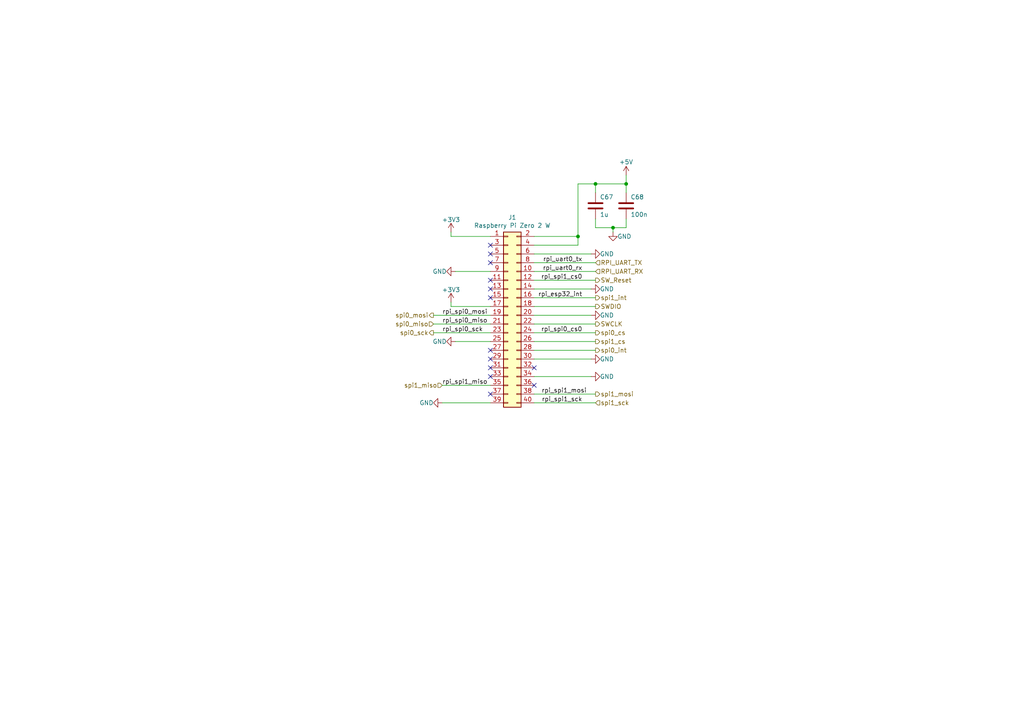
<source format=kicad_sch>
(kicad_sch
	(version 20231120)
	(generator "eeschema")
	(generator_version "8.0")
	(uuid "b8ead397-ddd2-47fb-ac67-660612a0c1ad")
	(paper "A4")
	(lib_symbols
		(symbol "Device:C"
			(pin_numbers hide)
			(pin_names
				(offset 0.254)
			)
			(exclude_from_sim no)
			(in_bom yes)
			(on_board yes)
			(property "Reference" "C"
				(at 0.635 2.54 0)
				(effects
					(font
						(size 1.27 1.27)
					)
					(justify left)
				)
			)
			(property "Value" "C"
				(at 0.635 -2.54 0)
				(effects
					(font
						(size 1.27 1.27)
					)
					(justify left)
				)
			)
			(property "Footprint" ""
				(at 0.9652 -3.81 0)
				(effects
					(font
						(size 1.27 1.27)
					)
					(hide yes)
				)
			)
			(property "Datasheet" "~"
				(at 0 0 0)
				(effects
					(font
						(size 1.27 1.27)
					)
					(hide yes)
				)
			)
			(property "Description" "Unpolarized capacitor"
				(at 0 0 0)
				(effects
					(font
						(size 1.27 1.27)
					)
					(hide yes)
				)
			)
			(property "ki_keywords" "cap capacitor"
				(at 0 0 0)
				(effects
					(font
						(size 1.27 1.27)
					)
					(hide yes)
				)
			)
			(property "ki_fp_filters" "C_*"
				(at 0 0 0)
				(effects
					(font
						(size 1.27 1.27)
					)
					(hide yes)
				)
			)
			(symbol "C_0_1"
				(polyline
					(pts
						(xy -2.032 -0.762) (xy 2.032 -0.762)
					)
					(stroke
						(width 0.508)
						(type default)
					)
					(fill
						(type none)
					)
				)
				(polyline
					(pts
						(xy -2.032 0.762) (xy 2.032 0.762)
					)
					(stroke
						(width 0.508)
						(type default)
					)
					(fill
						(type none)
					)
				)
			)
			(symbol "C_1_1"
				(pin passive line
					(at 0 3.81 270)
					(length 2.794)
					(name "~"
						(effects
							(font
								(size 1.27 1.27)
							)
						)
					)
					(number "1"
						(effects
							(font
								(size 1.27 1.27)
							)
						)
					)
				)
				(pin passive line
					(at 0 -3.81 90)
					(length 2.794)
					(name "~"
						(effects
							(font
								(size 1.27 1.27)
							)
						)
					)
					(number "2"
						(effects
							(font
								(size 1.27 1.27)
							)
						)
					)
				)
			)
		)
		(symbol "Raspberry-Pi-Zero-W-rescue:Conn_02x20_Odd_Even-Connector_Generic"
			(pin_names
				(offset 1.016) hide)
			(exclude_from_sim no)
			(in_bom yes)
			(on_board yes)
			(property "Reference" "J"
				(at 1.27 25.4 0)
				(effects
					(font
						(size 1.27 1.27)
					)
				)
			)
			(property "Value" "Conn_02x20_Odd_Even-Connector_Generic"
				(at 1.27 -27.94 0)
				(effects
					(font
						(size 1.27 1.27)
					)
				)
			)
			(property "Footprint" ""
				(at 0 0 0)
				(effects
					(font
						(size 1.27 1.27)
					)
					(hide yes)
				)
			)
			(property "Datasheet" ""
				(at 0 0 0)
				(effects
					(font
						(size 1.27 1.27)
					)
					(hide yes)
				)
			)
			(property "Description" ""
				(at 0 0 0)
				(effects
					(font
						(size 1.27 1.27)
					)
					(hide yes)
				)
			)
			(property "ki_fp_filters" "Connector*:*_2x??_*"
				(at 0 0 0)
				(effects
					(font
						(size 1.27 1.27)
					)
					(hide yes)
				)
			)
			(symbol "Conn_02x20_Odd_Even-Connector_Generic_1_1"
				(rectangle
					(start -1.27 -25.273)
					(end 0 -25.527)
					(stroke
						(width 0.1524)
						(type default)
					)
					(fill
						(type none)
					)
				)
				(rectangle
					(start -1.27 -22.733)
					(end 0 -22.987)
					(stroke
						(width 0.1524)
						(type default)
					)
					(fill
						(type none)
					)
				)
				(rectangle
					(start -1.27 -20.193)
					(end 0 -20.447)
					(stroke
						(width 0.1524)
						(type default)
					)
					(fill
						(type none)
					)
				)
				(rectangle
					(start -1.27 -17.653)
					(end 0 -17.907)
					(stroke
						(width 0.1524)
						(type default)
					)
					(fill
						(type none)
					)
				)
				(rectangle
					(start -1.27 -15.113)
					(end 0 -15.367)
					(stroke
						(width 0.1524)
						(type default)
					)
					(fill
						(type none)
					)
				)
				(rectangle
					(start -1.27 -12.573)
					(end 0 -12.827)
					(stroke
						(width 0.1524)
						(type default)
					)
					(fill
						(type none)
					)
				)
				(rectangle
					(start -1.27 -10.033)
					(end 0 -10.287)
					(stroke
						(width 0.1524)
						(type default)
					)
					(fill
						(type none)
					)
				)
				(rectangle
					(start -1.27 -7.493)
					(end 0 -7.747)
					(stroke
						(width 0.1524)
						(type default)
					)
					(fill
						(type none)
					)
				)
				(rectangle
					(start -1.27 -4.953)
					(end 0 -5.207)
					(stroke
						(width 0.1524)
						(type default)
					)
					(fill
						(type none)
					)
				)
				(rectangle
					(start -1.27 -2.413)
					(end 0 -2.667)
					(stroke
						(width 0.1524)
						(type default)
					)
					(fill
						(type none)
					)
				)
				(rectangle
					(start -1.27 0.127)
					(end 0 -0.127)
					(stroke
						(width 0.1524)
						(type default)
					)
					(fill
						(type none)
					)
				)
				(rectangle
					(start -1.27 2.667)
					(end 0 2.413)
					(stroke
						(width 0.1524)
						(type default)
					)
					(fill
						(type none)
					)
				)
				(rectangle
					(start -1.27 5.207)
					(end 0 4.953)
					(stroke
						(width 0.1524)
						(type default)
					)
					(fill
						(type none)
					)
				)
				(rectangle
					(start -1.27 7.747)
					(end 0 7.493)
					(stroke
						(width 0.1524)
						(type default)
					)
					(fill
						(type none)
					)
				)
				(rectangle
					(start -1.27 10.287)
					(end 0 10.033)
					(stroke
						(width 0.1524)
						(type default)
					)
					(fill
						(type none)
					)
				)
				(rectangle
					(start -1.27 12.827)
					(end 0 12.573)
					(stroke
						(width 0.1524)
						(type default)
					)
					(fill
						(type none)
					)
				)
				(rectangle
					(start -1.27 15.367)
					(end 0 15.113)
					(stroke
						(width 0.1524)
						(type default)
					)
					(fill
						(type none)
					)
				)
				(rectangle
					(start -1.27 17.907)
					(end 0 17.653)
					(stroke
						(width 0.1524)
						(type default)
					)
					(fill
						(type none)
					)
				)
				(rectangle
					(start -1.27 20.447)
					(end 0 20.193)
					(stroke
						(width 0.1524)
						(type default)
					)
					(fill
						(type none)
					)
				)
				(rectangle
					(start -1.27 22.987)
					(end 0 22.733)
					(stroke
						(width 0.1524)
						(type default)
					)
					(fill
						(type none)
					)
				)
				(rectangle
					(start -1.27 24.13)
					(end 3.81 -26.67)
					(stroke
						(width 0.254)
						(type default)
					)
					(fill
						(type background)
					)
				)
				(rectangle
					(start 3.81 -25.273)
					(end 2.54 -25.527)
					(stroke
						(width 0.1524)
						(type default)
					)
					(fill
						(type none)
					)
				)
				(rectangle
					(start 3.81 -22.733)
					(end 2.54 -22.987)
					(stroke
						(width 0.1524)
						(type default)
					)
					(fill
						(type none)
					)
				)
				(rectangle
					(start 3.81 -20.193)
					(end 2.54 -20.447)
					(stroke
						(width 0.1524)
						(type default)
					)
					(fill
						(type none)
					)
				)
				(rectangle
					(start 3.81 -17.653)
					(end 2.54 -17.907)
					(stroke
						(width 0.1524)
						(type default)
					)
					(fill
						(type none)
					)
				)
				(rectangle
					(start 3.81 -15.113)
					(end 2.54 -15.367)
					(stroke
						(width 0.1524)
						(type default)
					)
					(fill
						(type none)
					)
				)
				(rectangle
					(start 3.81 -12.573)
					(end 2.54 -12.827)
					(stroke
						(width 0.1524)
						(type default)
					)
					(fill
						(type none)
					)
				)
				(rectangle
					(start 3.81 -10.033)
					(end 2.54 -10.287)
					(stroke
						(width 0.1524)
						(type default)
					)
					(fill
						(type none)
					)
				)
				(rectangle
					(start 3.81 -7.493)
					(end 2.54 -7.747)
					(stroke
						(width 0.1524)
						(type default)
					)
					(fill
						(type none)
					)
				)
				(rectangle
					(start 3.81 -4.953)
					(end 2.54 -5.207)
					(stroke
						(width 0.1524)
						(type default)
					)
					(fill
						(type none)
					)
				)
				(rectangle
					(start 3.81 -2.413)
					(end 2.54 -2.667)
					(stroke
						(width 0.1524)
						(type default)
					)
					(fill
						(type none)
					)
				)
				(rectangle
					(start 3.81 0.127)
					(end 2.54 -0.127)
					(stroke
						(width 0.1524)
						(type default)
					)
					(fill
						(type none)
					)
				)
				(rectangle
					(start 3.81 2.667)
					(end 2.54 2.413)
					(stroke
						(width 0.1524)
						(type default)
					)
					(fill
						(type none)
					)
				)
				(rectangle
					(start 3.81 5.207)
					(end 2.54 4.953)
					(stroke
						(width 0.1524)
						(type default)
					)
					(fill
						(type none)
					)
				)
				(rectangle
					(start 3.81 7.747)
					(end 2.54 7.493)
					(stroke
						(width 0.1524)
						(type default)
					)
					(fill
						(type none)
					)
				)
				(rectangle
					(start 3.81 10.287)
					(end 2.54 10.033)
					(stroke
						(width 0.1524)
						(type default)
					)
					(fill
						(type none)
					)
				)
				(rectangle
					(start 3.81 12.827)
					(end 2.54 12.573)
					(stroke
						(width 0.1524)
						(type default)
					)
					(fill
						(type none)
					)
				)
				(rectangle
					(start 3.81 15.367)
					(end 2.54 15.113)
					(stroke
						(width 0.1524)
						(type default)
					)
					(fill
						(type none)
					)
				)
				(rectangle
					(start 3.81 17.907)
					(end 2.54 17.653)
					(stroke
						(width 0.1524)
						(type default)
					)
					(fill
						(type none)
					)
				)
				(rectangle
					(start 3.81 20.447)
					(end 2.54 20.193)
					(stroke
						(width 0.1524)
						(type default)
					)
					(fill
						(type none)
					)
				)
				(rectangle
					(start 3.81 22.987)
					(end 2.54 22.733)
					(stroke
						(width 0.1524)
						(type default)
					)
					(fill
						(type none)
					)
				)
				(pin passive line
					(at -5.08 22.86 0)
					(length 3.81)
					(name "Pin_1"
						(effects
							(font
								(size 1.27 1.27)
							)
						)
					)
					(number "1"
						(effects
							(font
								(size 1.27 1.27)
							)
						)
					)
				)
				(pin passive line
					(at 7.62 12.7 180)
					(length 3.81)
					(name "Pin_10"
						(effects
							(font
								(size 1.27 1.27)
							)
						)
					)
					(number "10"
						(effects
							(font
								(size 1.27 1.27)
							)
						)
					)
				)
				(pin passive line
					(at -5.08 10.16 0)
					(length 3.81)
					(name "Pin_11"
						(effects
							(font
								(size 1.27 1.27)
							)
						)
					)
					(number "11"
						(effects
							(font
								(size 1.27 1.27)
							)
						)
					)
				)
				(pin passive line
					(at 7.62 10.16 180)
					(length 3.81)
					(name "Pin_12"
						(effects
							(font
								(size 1.27 1.27)
							)
						)
					)
					(number "12"
						(effects
							(font
								(size 1.27 1.27)
							)
						)
					)
				)
				(pin passive line
					(at -5.08 7.62 0)
					(length 3.81)
					(name "Pin_13"
						(effects
							(font
								(size 1.27 1.27)
							)
						)
					)
					(number "13"
						(effects
							(font
								(size 1.27 1.27)
							)
						)
					)
				)
				(pin passive line
					(at 7.62 7.62 180)
					(length 3.81)
					(name "Pin_14"
						(effects
							(font
								(size 1.27 1.27)
							)
						)
					)
					(number "14"
						(effects
							(font
								(size 1.27 1.27)
							)
						)
					)
				)
				(pin passive line
					(at -5.08 5.08 0)
					(length 3.81)
					(name "Pin_15"
						(effects
							(font
								(size 1.27 1.27)
							)
						)
					)
					(number "15"
						(effects
							(font
								(size 1.27 1.27)
							)
						)
					)
				)
				(pin passive line
					(at 7.62 5.08 180)
					(length 3.81)
					(name "Pin_16"
						(effects
							(font
								(size 1.27 1.27)
							)
						)
					)
					(number "16"
						(effects
							(font
								(size 1.27 1.27)
							)
						)
					)
				)
				(pin passive line
					(at -5.08 2.54 0)
					(length 3.81)
					(name "Pin_17"
						(effects
							(font
								(size 1.27 1.27)
							)
						)
					)
					(number "17"
						(effects
							(font
								(size 1.27 1.27)
							)
						)
					)
				)
				(pin passive line
					(at 7.62 2.54 180)
					(length 3.81)
					(name "Pin_18"
						(effects
							(font
								(size 1.27 1.27)
							)
						)
					)
					(number "18"
						(effects
							(font
								(size 1.27 1.27)
							)
						)
					)
				)
				(pin passive line
					(at -5.08 0 0)
					(length 3.81)
					(name "Pin_19"
						(effects
							(font
								(size 1.27 1.27)
							)
						)
					)
					(number "19"
						(effects
							(font
								(size 1.27 1.27)
							)
						)
					)
				)
				(pin passive line
					(at 7.62 22.86 180)
					(length 3.81)
					(name "Pin_2"
						(effects
							(font
								(size 1.27 1.27)
							)
						)
					)
					(number "2"
						(effects
							(font
								(size 1.27 1.27)
							)
						)
					)
				)
				(pin passive line
					(at 7.62 0 180)
					(length 3.81)
					(name "Pin_20"
						(effects
							(font
								(size 1.27 1.27)
							)
						)
					)
					(number "20"
						(effects
							(font
								(size 1.27 1.27)
							)
						)
					)
				)
				(pin passive line
					(at -5.08 -2.54 0)
					(length 3.81)
					(name "Pin_21"
						(effects
							(font
								(size 1.27 1.27)
							)
						)
					)
					(number "21"
						(effects
							(font
								(size 1.27 1.27)
							)
						)
					)
				)
				(pin passive line
					(at 7.62 -2.54 180)
					(length 3.81)
					(name "Pin_22"
						(effects
							(font
								(size 1.27 1.27)
							)
						)
					)
					(number "22"
						(effects
							(font
								(size 1.27 1.27)
							)
						)
					)
				)
				(pin passive line
					(at -5.08 -5.08 0)
					(length 3.81)
					(name "Pin_23"
						(effects
							(font
								(size 1.27 1.27)
							)
						)
					)
					(number "23"
						(effects
							(font
								(size 1.27 1.27)
							)
						)
					)
				)
				(pin passive line
					(at 7.62 -5.08 180)
					(length 3.81)
					(name "Pin_24"
						(effects
							(font
								(size 1.27 1.27)
							)
						)
					)
					(number "24"
						(effects
							(font
								(size 1.27 1.27)
							)
						)
					)
				)
				(pin passive line
					(at -5.08 -7.62 0)
					(length 3.81)
					(name "Pin_25"
						(effects
							(font
								(size 1.27 1.27)
							)
						)
					)
					(number "25"
						(effects
							(font
								(size 1.27 1.27)
							)
						)
					)
				)
				(pin passive line
					(at 7.62 -7.62 180)
					(length 3.81)
					(name "Pin_26"
						(effects
							(font
								(size 1.27 1.27)
							)
						)
					)
					(number "26"
						(effects
							(font
								(size 1.27 1.27)
							)
						)
					)
				)
				(pin passive line
					(at -5.08 -10.16 0)
					(length 3.81)
					(name "Pin_27"
						(effects
							(font
								(size 1.27 1.27)
							)
						)
					)
					(number "27"
						(effects
							(font
								(size 1.27 1.27)
							)
						)
					)
				)
				(pin passive line
					(at 7.62 -10.16 180)
					(length 3.81)
					(name "Pin_28"
						(effects
							(font
								(size 1.27 1.27)
							)
						)
					)
					(number "28"
						(effects
							(font
								(size 1.27 1.27)
							)
						)
					)
				)
				(pin passive line
					(at -5.08 -12.7 0)
					(length 3.81)
					(name "Pin_29"
						(effects
							(font
								(size 1.27 1.27)
							)
						)
					)
					(number "29"
						(effects
							(font
								(size 1.27 1.27)
							)
						)
					)
				)
				(pin passive line
					(at -5.08 20.32 0)
					(length 3.81)
					(name "Pin_3"
						(effects
							(font
								(size 1.27 1.27)
							)
						)
					)
					(number "3"
						(effects
							(font
								(size 1.27 1.27)
							)
						)
					)
				)
				(pin passive line
					(at 7.62 -12.7 180)
					(length 3.81)
					(name "Pin_30"
						(effects
							(font
								(size 1.27 1.27)
							)
						)
					)
					(number "30"
						(effects
							(font
								(size 1.27 1.27)
							)
						)
					)
				)
				(pin passive line
					(at -5.08 -15.24 0)
					(length 3.81)
					(name "Pin_31"
						(effects
							(font
								(size 1.27 1.27)
							)
						)
					)
					(number "31"
						(effects
							(font
								(size 1.27 1.27)
							)
						)
					)
				)
				(pin passive line
					(at 7.62 -15.24 180)
					(length 3.81)
					(name "Pin_32"
						(effects
							(font
								(size 1.27 1.27)
							)
						)
					)
					(number "32"
						(effects
							(font
								(size 1.27 1.27)
							)
						)
					)
				)
				(pin passive line
					(at -5.08 -17.78 0)
					(length 3.81)
					(name "Pin_33"
						(effects
							(font
								(size 1.27 1.27)
							)
						)
					)
					(number "33"
						(effects
							(font
								(size 1.27 1.27)
							)
						)
					)
				)
				(pin passive line
					(at 7.62 -17.78 180)
					(length 3.81)
					(name "Pin_34"
						(effects
							(font
								(size 1.27 1.27)
							)
						)
					)
					(number "34"
						(effects
							(font
								(size 1.27 1.27)
							)
						)
					)
				)
				(pin passive line
					(at -5.08 -20.32 0)
					(length 3.81)
					(name "Pin_35"
						(effects
							(font
								(size 1.27 1.27)
							)
						)
					)
					(number "35"
						(effects
							(font
								(size 1.27 1.27)
							)
						)
					)
				)
				(pin passive line
					(at 7.62 -20.32 180)
					(length 3.81)
					(name "Pin_36"
						(effects
							(font
								(size 1.27 1.27)
							)
						)
					)
					(number "36"
						(effects
							(font
								(size 1.27 1.27)
							)
						)
					)
				)
				(pin passive line
					(at -5.08 -22.86 0)
					(length 3.81)
					(name "Pin_37"
						(effects
							(font
								(size 1.27 1.27)
							)
						)
					)
					(number "37"
						(effects
							(font
								(size 1.27 1.27)
							)
						)
					)
				)
				(pin passive line
					(at 7.62 -22.86 180)
					(length 3.81)
					(name "Pin_38"
						(effects
							(font
								(size 1.27 1.27)
							)
						)
					)
					(number "38"
						(effects
							(font
								(size 1.27 1.27)
							)
						)
					)
				)
				(pin passive line
					(at -5.08 -25.4 0)
					(length 3.81)
					(name "Pin_39"
						(effects
							(font
								(size 1.27 1.27)
							)
						)
					)
					(number "39"
						(effects
							(font
								(size 1.27 1.27)
							)
						)
					)
				)
				(pin passive line
					(at 7.62 20.32 180)
					(length 3.81)
					(name "Pin_4"
						(effects
							(font
								(size 1.27 1.27)
							)
						)
					)
					(number "4"
						(effects
							(font
								(size 1.27 1.27)
							)
						)
					)
				)
				(pin passive line
					(at 7.62 -25.4 180)
					(length 3.81)
					(name "Pin_40"
						(effects
							(font
								(size 1.27 1.27)
							)
						)
					)
					(number "40"
						(effects
							(font
								(size 1.27 1.27)
							)
						)
					)
				)
				(pin passive line
					(at -5.08 17.78 0)
					(length 3.81)
					(name "Pin_5"
						(effects
							(font
								(size 1.27 1.27)
							)
						)
					)
					(number "5"
						(effects
							(font
								(size 1.27 1.27)
							)
						)
					)
				)
				(pin passive line
					(at 7.62 17.78 180)
					(length 3.81)
					(name "Pin_6"
						(effects
							(font
								(size 1.27 1.27)
							)
						)
					)
					(number "6"
						(effects
							(font
								(size 1.27 1.27)
							)
						)
					)
				)
				(pin passive line
					(at -5.08 15.24 0)
					(length 3.81)
					(name "Pin_7"
						(effects
							(font
								(size 1.27 1.27)
							)
						)
					)
					(number "7"
						(effects
							(font
								(size 1.27 1.27)
							)
						)
					)
				)
				(pin passive line
					(at 7.62 15.24 180)
					(length 3.81)
					(name "Pin_8"
						(effects
							(font
								(size 1.27 1.27)
							)
						)
					)
					(number "8"
						(effects
							(font
								(size 1.27 1.27)
							)
						)
					)
				)
				(pin passive line
					(at -5.08 12.7 0)
					(length 3.81)
					(name "Pin_9"
						(effects
							(font
								(size 1.27 1.27)
							)
						)
					)
					(number "9"
						(effects
							(font
								(size 1.27 1.27)
							)
						)
					)
				)
			)
		)
		(symbol "power:+3V3"
			(power)
			(pin_names
				(offset 0)
			)
			(exclude_from_sim no)
			(in_bom yes)
			(on_board yes)
			(property "Reference" "#PWR"
				(at 0 -3.81 0)
				(effects
					(font
						(size 1.27 1.27)
					)
					(hide yes)
				)
			)
			(property "Value" "+3V3"
				(at 0 3.556 0)
				(effects
					(font
						(size 1.27 1.27)
					)
				)
			)
			(property "Footprint" ""
				(at 0 0 0)
				(effects
					(font
						(size 1.27 1.27)
					)
					(hide yes)
				)
			)
			(property "Datasheet" ""
				(at 0 0 0)
				(effects
					(font
						(size 1.27 1.27)
					)
					(hide yes)
				)
			)
			(property "Description" "Power symbol creates a global label with name \"+3V3\""
				(at 0 0 0)
				(effects
					(font
						(size 1.27 1.27)
					)
					(hide yes)
				)
			)
			(property "ki_keywords" "power-flag"
				(at 0 0 0)
				(effects
					(font
						(size 1.27 1.27)
					)
					(hide yes)
				)
			)
			(symbol "+3V3_0_1"
				(polyline
					(pts
						(xy -0.762 1.27) (xy 0 2.54)
					)
					(stroke
						(width 0)
						(type default)
					)
					(fill
						(type none)
					)
				)
				(polyline
					(pts
						(xy 0 0) (xy 0 2.54)
					)
					(stroke
						(width 0)
						(type default)
					)
					(fill
						(type none)
					)
				)
				(polyline
					(pts
						(xy 0 2.54) (xy 0.762 1.27)
					)
					(stroke
						(width 0)
						(type default)
					)
					(fill
						(type none)
					)
				)
			)
			(symbol "+3V3_1_1"
				(pin power_in line
					(at 0 0 90)
					(length 0) hide
					(name "+3V3"
						(effects
							(font
								(size 1.27 1.27)
							)
						)
					)
					(number "1"
						(effects
							(font
								(size 1.27 1.27)
							)
						)
					)
				)
			)
		)
		(symbol "power:+5V"
			(power)
			(pin_names
				(offset 0)
			)
			(exclude_from_sim no)
			(in_bom yes)
			(on_board yes)
			(property "Reference" "#PWR"
				(at 0 -3.81 0)
				(effects
					(font
						(size 1.27 1.27)
					)
					(hide yes)
				)
			)
			(property "Value" "+5V"
				(at 0 3.556 0)
				(effects
					(font
						(size 1.27 1.27)
					)
				)
			)
			(property "Footprint" ""
				(at 0 0 0)
				(effects
					(font
						(size 1.27 1.27)
					)
					(hide yes)
				)
			)
			(property "Datasheet" ""
				(at 0 0 0)
				(effects
					(font
						(size 1.27 1.27)
					)
					(hide yes)
				)
			)
			(property "Description" "Power symbol creates a global label with name \"+5V\""
				(at 0 0 0)
				(effects
					(font
						(size 1.27 1.27)
					)
					(hide yes)
				)
			)
			(property "ki_keywords" "power-flag"
				(at 0 0 0)
				(effects
					(font
						(size 1.27 1.27)
					)
					(hide yes)
				)
			)
			(symbol "+5V_0_1"
				(polyline
					(pts
						(xy -0.762 1.27) (xy 0 2.54)
					)
					(stroke
						(width 0)
						(type default)
					)
					(fill
						(type none)
					)
				)
				(polyline
					(pts
						(xy 0 0) (xy 0 2.54)
					)
					(stroke
						(width 0)
						(type default)
					)
					(fill
						(type none)
					)
				)
				(polyline
					(pts
						(xy 0 2.54) (xy 0.762 1.27)
					)
					(stroke
						(width 0)
						(type default)
					)
					(fill
						(type none)
					)
				)
			)
			(symbol "+5V_1_1"
				(pin power_in line
					(at 0 0 90)
					(length 0) hide
					(name "+5V"
						(effects
							(font
								(size 1.27 1.27)
							)
						)
					)
					(number "1"
						(effects
							(font
								(size 1.27 1.27)
							)
						)
					)
				)
			)
		)
		(symbol "power:GND"
			(power)
			(pin_names
				(offset 0)
			)
			(exclude_from_sim no)
			(in_bom yes)
			(on_board yes)
			(property "Reference" "#PWR"
				(at 0 -6.35 0)
				(effects
					(font
						(size 1.27 1.27)
					)
					(hide yes)
				)
			)
			(property "Value" "GND"
				(at 0 -3.81 0)
				(effects
					(font
						(size 1.27 1.27)
					)
				)
			)
			(property "Footprint" ""
				(at 0 0 0)
				(effects
					(font
						(size 1.27 1.27)
					)
					(hide yes)
				)
			)
			(property "Datasheet" ""
				(at 0 0 0)
				(effects
					(font
						(size 1.27 1.27)
					)
					(hide yes)
				)
			)
			(property "Description" "Power symbol creates a global label with name \"GND\" , ground"
				(at 0 0 0)
				(effects
					(font
						(size 1.27 1.27)
					)
					(hide yes)
				)
			)
			(property "ki_keywords" "global power"
				(at 0 0 0)
				(effects
					(font
						(size 1.27 1.27)
					)
					(hide yes)
				)
			)
			(symbol "GND_0_1"
				(polyline
					(pts
						(xy 0 0) (xy 0 -1.27) (xy 1.27 -1.27) (xy 0 -2.54) (xy -1.27 -1.27) (xy 0 -1.27)
					)
					(stroke
						(width 0)
						(type default)
					)
					(fill
						(type none)
					)
				)
			)
			(symbol "GND_1_1"
				(pin power_in line
					(at 0 0 270)
					(length 0) hide
					(name "GND"
						(effects
							(font
								(size 1.27 1.27)
							)
						)
					)
					(number "1"
						(effects
							(font
								(size 1.27 1.27)
							)
						)
					)
				)
			)
		)
	)
	(junction
		(at 172.72 53.34)
		(diameter 0)
		(color 0 0 0 0)
		(uuid "1f4f9c3d-162d-498b-8997-30fe09938841")
	)
	(junction
		(at 167.64 68.58)
		(diameter 0)
		(color 0 0 0 0)
		(uuid "3fb19810-f74a-4d91-9b54-0f7e3a579383")
	)
	(junction
		(at 177.8 66.04)
		(diameter 0)
		(color 0 0 0 0)
		(uuid "ccd56dab-b26a-4f0f-9213-03b1c2482581")
	)
	(junction
		(at 181.61 53.34)
		(diameter 0)
		(color 0 0 0 0)
		(uuid "dd4d0d5c-b35a-4462-9ae9-7a08c6a5a581")
	)
	(no_connect
		(at 142.24 104.14)
		(uuid "07b0c91e-8a18-4435-87f1-77ee2dd9802f")
	)
	(no_connect
		(at 142.24 101.6)
		(uuid "37b3a85d-8cde-4414-a282-52ec1d9fff5e")
	)
	(no_connect
		(at 142.24 109.22)
		(uuid "3904e97b-173a-41bd-a178-4e61f8fd24c4")
	)
	(no_connect
		(at 142.24 86.36)
		(uuid "428823e0-f98e-45b2-8512-795113269f3d")
	)
	(no_connect
		(at 142.24 114.3)
		(uuid "4b81b4a0-8ec1-4eee-bdcd-edcad646812a")
	)
	(no_connect
		(at 142.24 73.66)
		(uuid "836e9564-d6aa-4747-ab07-ebb19aef0cd2")
	)
	(no_connect
		(at 142.24 71.12)
		(uuid "8519bdc5-c6d9-4115-921d-c8c0623114f9")
	)
	(no_connect
		(at 154.94 106.68)
		(uuid "9e4e448b-1225-4235-9e8c-43528d13c4f9")
	)
	(no_connect
		(at 142.24 81.28)
		(uuid "b2246429-f889-4da4-9edc-90fd191c753a")
	)
	(no_connect
		(at 142.24 106.68)
		(uuid "cbc9db53-7d35-45a6-993b-8c62d6fe1847")
	)
	(no_connect
		(at 142.24 83.82)
		(uuid "d069cbc5-5963-4d87-ae2a-dd6ce98cd0a2")
	)
	(no_connect
		(at 142.24 76.2)
		(uuid "f4fdcf03-2fe9-4601-9e91-15c85a57c2ef")
	)
	(no_connect
		(at 154.94 111.76)
		(uuid "f6f77dc8-9695-4316-b0ae-98bfcbff77f5")
	)
	(wire
		(pts
			(xy 167.64 68.58) (xy 167.64 53.34)
		)
		(stroke
			(width 0)
			(type default)
		)
		(uuid "02590e81-e98c-491f-b8de-7ef3d5bc5dc6")
	)
	(wire
		(pts
			(xy 171.45 73.66) (xy 154.94 73.66)
		)
		(stroke
			(width 0)
			(type default)
		)
		(uuid "0648150f-3231-4c55-b2bf-7295b3098b63")
	)
	(wire
		(pts
			(xy 128.27 111.76) (xy 142.24 111.76)
		)
		(stroke
			(width 0)
			(type default)
		)
		(uuid "0dc1fba6-b63c-463a-9208-767b41c6dc57")
	)
	(wire
		(pts
			(xy 154.94 104.14) (xy 171.45 104.14)
		)
		(stroke
			(width 0)
			(type default)
		)
		(uuid "16a90af9-078c-4034-9d9d-99c9948df862")
	)
	(wire
		(pts
			(xy 154.94 99.06) (xy 172.72 99.06)
		)
		(stroke
			(width 0)
			(type default)
		)
		(uuid "1a32fa3b-734f-41a1-9c50-c77650d0f7c5")
	)
	(wire
		(pts
			(xy 132.08 78.74) (xy 142.24 78.74)
		)
		(stroke
			(width 0)
			(type default)
		)
		(uuid "2585e5c2-b4c1-4a65-8876-424e3da8b30f")
	)
	(wire
		(pts
			(xy 154.94 114.3) (xy 172.72 114.3)
		)
		(stroke
			(width 0)
			(type default)
		)
		(uuid "27a8c5a7-0dda-4043-9231-a67775d9bca1")
	)
	(wire
		(pts
			(xy 154.94 96.52) (xy 172.72 96.52)
		)
		(stroke
			(width 0)
			(type default)
		)
		(uuid "2d3b37b7-4cbe-47b8-983b-ac45a8b87ea3")
	)
	(wire
		(pts
			(xy 130.81 87.63) (xy 130.81 88.9)
		)
		(stroke
			(width 0)
			(type default)
		)
		(uuid "2db5b0ed-bb03-4d70-88c8-d85d2da7e612")
	)
	(wire
		(pts
			(xy 181.61 63.5) (xy 181.61 66.04)
		)
		(stroke
			(width 0)
			(type default)
		)
		(uuid "3109e212-dd9c-4e52-9379-9920c17c3975")
	)
	(wire
		(pts
			(xy 130.81 68.58) (xy 130.81 67.31)
		)
		(stroke
			(width 0)
			(type default)
		)
		(uuid "33dfbcf6-de72-4cf6-94a6-46c711d7b5af")
	)
	(wire
		(pts
			(xy 172.72 66.04) (xy 177.8 66.04)
		)
		(stroke
			(width 0)
			(type default)
		)
		(uuid "36c5368d-cf40-41a7-95df-8a5da2b9a5e5")
	)
	(wire
		(pts
			(xy 154.94 93.98) (xy 172.72 93.98)
		)
		(stroke
			(width 0)
			(type default)
		)
		(uuid "3bd9d8a0-3be4-4be9-9d4e-b5a8d658dcd1")
	)
	(wire
		(pts
			(xy 154.94 116.84) (xy 172.72 116.84)
		)
		(stroke
			(width 0)
			(type default)
		)
		(uuid "3e9e3620-526c-44a1-bdb6-af0c4be4f3c8")
	)
	(wire
		(pts
			(xy 154.94 91.44) (xy 171.45 91.44)
		)
		(stroke
			(width 0)
			(type default)
		)
		(uuid "451e2033-ab7e-42e9-95f3-e28c9345a44d")
	)
	(wire
		(pts
			(xy 167.64 71.12) (xy 167.64 68.58)
		)
		(stroke
			(width 0)
			(type default)
		)
		(uuid "46323202-45de-4c24-b5d7-f7ffeebffc25")
	)
	(wire
		(pts
			(xy 154.94 86.36) (xy 172.72 86.36)
		)
		(stroke
			(width 0)
			(type default)
		)
		(uuid "4adf028e-67e0-4070-a675-bad151ba8a83")
	)
	(wire
		(pts
			(xy 154.94 68.58) (xy 167.64 68.58)
		)
		(stroke
			(width 0)
			(type default)
		)
		(uuid "4fe5d11b-7b95-4b66-bdc4-88a42a34e256")
	)
	(wire
		(pts
			(xy 154.94 78.74) (xy 172.72 78.74)
		)
		(stroke
			(width 0)
			(type default)
		)
		(uuid "514dddae-9536-42c2-9f23-d1267b11e885")
	)
	(wire
		(pts
			(xy 125.73 93.98) (xy 142.24 93.98)
		)
		(stroke
			(width 0)
			(type default)
		)
		(uuid "56380c36-deb4-4adf-bb7b-62e6e70cb3e4")
	)
	(wire
		(pts
			(xy 181.61 55.88) (xy 181.61 53.34)
		)
		(stroke
			(width 0)
			(type default)
		)
		(uuid "58ddb8bc-ddc6-473d-b56a-4b986cdcea49")
	)
	(wire
		(pts
			(xy 167.64 53.34) (xy 172.72 53.34)
		)
		(stroke
			(width 0)
			(type default)
		)
		(uuid "675676bd-df34-4972-9fd6-afd42433cc61")
	)
	(wire
		(pts
			(xy 154.94 83.82) (xy 171.45 83.82)
		)
		(stroke
			(width 0)
			(type default)
		)
		(uuid "6e2aaf4a-4ac4-43e2-a48f-463abb8c52b9")
	)
	(wire
		(pts
			(xy 154.94 71.12) (xy 167.64 71.12)
		)
		(stroke
			(width 0)
			(type default)
		)
		(uuid "95c817c2-5c1f-43eb-849b-bd8d93eba371")
	)
	(wire
		(pts
			(xy 171.45 109.22) (xy 154.94 109.22)
		)
		(stroke
			(width 0)
			(type default)
		)
		(uuid "a422dd11-0ff3-4e71-9d7e-71f18714e173")
	)
	(wire
		(pts
			(xy 181.61 50.8) (xy 181.61 53.34)
		)
		(stroke
			(width 0)
			(type default)
		)
		(uuid "aa040ff4-1df2-41cb-9a60-41647ff8116c")
	)
	(wire
		(pts
			(xy 125.73 96.52) (xy 142.24 96.52)
		)
		(stroke
			(width 0)
			(type default)
		)
		(uuid "ae52ced0-5a95-4c9f-bc74-36999d2838c9")
	)
	(wire
		(pts
			(xy 172.72 63.5) (xy 172.72 66.04)
		)
		(stroke
			(width 0)
			(type default)
		)
		(uuid "b291ca4a-254a-4719-80a9-2ced931e0d3e")
	)
	(wire
		(pts
			(xy 128.27 116.84) (xy 142.24 116.84)
		)
		(stroke
			(width 0)
			(type default)
		)
		(uuid "b512d66e-9930-4dd8-94dc-f4d38b0f0e57")
	)
	(wire
		(pts
			(xy 154.94 88.9) (xy 172.72 88.9)
		)
		(stroke
			(width 0)
			(type default)
		)
		(uuid "bc6f351e-2f08-447c-a761-7ff38462ae29")
	)
	(wire
		(pts
			(xy 130.81 68.58) (xy 142.24 68.58)
		)
		(stroke
			(width 0)
			(type default)
		)
		(uuid "bde10f35-3c2a-4c13-a1f1-f54bc8656fcb")
	)
	(wire
		(pts
			(xy 130.81 88.9) (xy 142.24 88.9)
		)
		(stroke
			(width 0)
			(type default)
		)
		(uuid "be4c0d88-7232-4fd0-a573-9fbbe6bf5616")
	)
	(wire
		(pts
			(xy 177.8 66.04) (xy 181.61 66.04)
		)
		(stroke
			(width 0)
			(type default)
		)
		(uuid "d947ef8f-7a12-4a3a-b39c-e550246e0e82")
	)
	(wire
		(pts
			(xy 177.8 66.04) (xy 177.8 67.31)
		)
		(stroke
			(width 0)
			(type default)
		)
		(uuid "e1b34be6-1493-482a-b56a-40dfbe253a80")
	)
	(wire
		(pts
			(xy 154.94 101.6) (xy 172.72 101.6)
		)
		(stroke
			(width 0)
			(type default)
		)
		(uuid "e2273252-85e4-4d05-9df2-d6f05f1b5f2b")
	)
	(wire
		(pts
			(xy 172.72 53.34) (xy 181.61 53.34)
		)
		(stroke
			(width 0)
			(type default)
		)
		(uuid "e7311d81-b44a-4dba-9799-6819aa8f63e2")
	)
	(wire
		(pts
			(xy 154.94 81.28) (xy 172.72 81.28)
		)
		(stroke
			(width 0)
			(type default)
		)
		(uuid "eaee2a1a-4ba3-42b9-a761-f9003093bc1c")
	)
	(wire
		(pts
			(xy 132.08 99.06) (xy 142.24 99.06)
		)
		(stroke
			(width 0)
			(type default)
		)
		(uuid "ef3e71ea-e40b-41be-b26c-c84796ae155f")
	)
	(wire
		(pts
			(xy 154.94 76.2) (xy 172.72 76.2)
		)
		(stroke
			(width 0)
			(type default)
		)
		(uuid "f30662c6-0563-464b-97cd-917ff323abe5")
	)
	(wire
		(pts
			(xy 172.72 53.34) (xy 172.72 55.88)
		)
		(stroke
			(width 0)
			(type default)
		)
		(uuid "f6609c47-f3d5-48c7-b7f0-6e4445a86749")
	)
	(wire
		(pts
			(xy 125.73 91.44) (xy 142.24 91.44)
		)
		(stroke
			(width 0)
			(type default)
		)
		(uuid "f9b67726-e7d0-4b36-b46e-5f387ba34aa8")
	)
	(label "rpi_esp32_int"
		(at 168.91 86.36 180)
		(fields_autoplaced yes)
		(effects
			(font
				(size 1.27 1.27)
			)
			(justify right bottom)
		)
		(uuid "0b5768f3-f4a3-4e39-903c-de0f2e859076")
	)
	(label "rpi_uart0_tx"
		(at 168.91 76.2 180)
		(fields_autoplaced yes)
		(effects
			(font
				(size 1.27 1.27)
			)
			(justify right bottom)
		)
		(uuid "15989464-7fcf-4a3b-a5ff-d942334bfeee")
	)
	(label "rpi_spi0_sck"
		(at 128.27 96.52 0)
		(fields_autoplaced yes)
		(effects
			(font
				(size 1.27 1.27)
			)
			(justify left bottom)
		)
		(uuid "1ca2c05f-c06a-4542-88a6-d1507d4b9acc")
	)
	(label "rpi_spi1_sck"
		(at 168.91 116.84 180)
		(fields_autoplaced yes)
		(effects
			(font
				(size 1.27 1.27)
			)
			(justify right bottom)
		)
		(uuid "2874c02a-f4ea-43c9-b8f3-8cd65202486d")
	)
	(label "rpi_spi1_mosi"
		(at 170.18 114.3 180)
		(fields_autoplaced yes)
		(effects
			(font
				(size 1.27 1.27)
			)
			(justify right bottom)
		)
		(uuid "2d14f373-d4c7-4feb-a5c9-172ad929367f")
	)
	(label "rpi_uart0_rx"
		(at 168.91 78.74 180)
		(fields_autoplaced yes)
		(effects
			(font
				(size 1.27 1.27)
			)
			(justify right bottom)
		)
		(uuid "36d2b71d-c863-49b8-9265-3cffdace87fa")
	)
	(label "rpi_spi1_miso"
		(at 128.27 111.76 0)
		(fields_autoplaced yes)
		(effects
			(font
				(size 1.27 1.27)
			)
			(justify left bottom)
		)
		(uuid "56fc014a-ea28-4812-8ebb-6912610b9876")
	)
	(label "rpi_spi1_cs0"
		(at 168.91 81.28 180)
		(fields_autoplaced yes)
		(effects
			(font
				(size 1.27 1.27)
			)
			(justify right bottom)
		)
		(uuid "87bee390-f773-491c-b684-25bc52b1c9b9")
	)
	(label "rpi_spi0_miso"
		(at 128.27 93.98 0)
		(fields_autoplaced yes)
		(effects
			(font
				(size 1.27 1.27)
			)
			(justify left bottom)
		)
		(uuid "b01888c6-f973-4e87-ad6f-3d53dfc9d54e")
	)
	(label "rpi_spi0_cs0"
		(at 168.91 96.52 180)
		(fields_autoplaced yes)
		(effects
			(font
				(size 1.27 1.27)
			)
			(justify right bottom)
		)
		(uuid "cce415ec-cc6f-4b08-b7a7-29ce07a248bb")
	)
	(label "rpi_spi0_mosi"
		(at 128.27 91.44 0)
		(fields_autoplaced yes)
		(effects
			(font
				(size 1.27 1.27)
			)
			(justify left bottom)
		)
		(uuid "fa911f1d-0255-4ee6-81a1-8355cc628547")
	)
	(hierarchical_label "spi1_mosi"
		(shape output)
		(at 172.72 114.3 0)
		(fields_autoplaced yes)
		(effects
			(font
				(size 1.27 1.27)
			)
			(justify left)
		)
		(uuid "09b6b0ff-d59b-4e67-9e18-15c9765dc26d")
	)
	(hierarchical_label "SW_Reset"
		(shape output)
		(at 172.72 81.28 0)
		(fields_autoplaced yes)
		(effects
			(font
				(size 1.27 1.27)
			)
			(justify left)
		)
		(uuid "301aa891-b6e9-44cb-86a6-a0da1fab070e")
	)
	(hierarchical_label "spi1_sck"
		(shape input)
		(at 172.72 116.84 0)
		(fields_autoplaced yes)
		(effects
			(font
				(size 1.27 1.27)
			)
			(justify left)
		)
		(uuid "3e06cc6e-b566-4605-afeb-b4241768e872")
	)
	(hierarchical_label "spi0_cs"
		(shape output)
		(at 172.72 96.52 0)
		(fields_autoplaced yes)
		(effects
			(font
				(size 1.27 1.27)
			)
			(justify left)
		)
		(uuid "437ff798-afbc-4364-abd9-f047b6d63d2f")
	)
	(hierarchical_label "spi1_cs"
		(shape output)
		(at 172.72 99.06 0)
		(fields_autoplaced yes)
		(effects
			(font
				(size 1.27 1.27)
			)
			(justify left)
		)
		(uuid "604e6f64-a1ab-4258-9b19-9323cf5532c8")
	)
	(hierarchical_label "RPI_UART_RX"
		(shape input)
		(at 172.72 78.74 0)
		(fields_autoplaced yes)
		(effects
			(font
				(size 1.27 1.27)
			)
			(justify left)
		)
		(uuid "65e59b35-60fd-4f26-9858-c5e44e8f044a")
	)
	(hierarchical_label "spi1_int"
		(shape output)
		(at 172.72 86.36 0)
		(fields_autoplaced yes)
		(effects
			(font
				(size 1.27 1.27)
			)
			(justify left)
		)
		(uuid "a368e9ba-3a89-4d89-8f99-9da5a8936512")
	)
	(hierarchical_label "spi1_miso"
		(shape input)
		(at 128.27 111.76 180)
		(fields_autoplaced yes)
		(effects
			(font
				(size 1.27 1.27)
			)
			(justify right)
		)
		(uuid "bc8bb3c6-1594-4fb7-8c38-06055c80c283")
	)
	(hierarchical_label "spi0_sck"
		(shape output)
		(at 125.73 96.52 180)
		(fields_autoplaced yes)
		(effects
			(font
				(size 1.27 1.27)
			)
			(justify right)
		)
		(uuid "be6c1f44-1ac0-4654-81d4-f7ff27ec9e79")
	)
	(hierarchical_label "SWCLK"
		(shape output)
		(at 172.72 93.98 0)
		(fields_autoplaced yes)
		(effects
			(font
				(size 1.27 1.27)
			)
			(justify left)
		)
		(uuid "bf24c9dd-3355-4ad0-9b6c-904d5a441ffe")
	)
	(hierarchical_label "spi0_miso"
		(shape input)
		(at 125.73 93.98 180)
		(fields_autoplaced yes)
		(effects
			(font
				(size 1.27 1.27)
			)
			(justify right)
		)
		(uuid "c0ff22d6-2159-4cad-89d3-833d1bf1af34")
	)
	(hierarchical_label "SWDIO"
		(shape output)
		(at 172.72 88.9 0)
		(fields_autoplaced yes)
		(effects
			(font
				(size 1.27 1.27)
			)
			(justify left)
		)
		(uuid "dbc2952c-599c-4b31-ab06-734f8d726865")
	)
	(hierarchical_label "RPI_UART_TX"
		(shape input)
		(at 172.72 76.2 0)
		(fields_autoplaced yes)
		(effects
			(font
				(size 1.27 1.27)
			)
			(justify left)
		)
		(uuid "e83079cf-cf0c-42f2-bb5c-72d198befc84")
	)
	(hierarchical_label "spi0_mosi"
		(shape output)
		(at 125.73 91.44 180)
		(fields_autoplaced yes)
		(effects
			(font
				(size 1.27 1.27)
			)
			(justify right)
		)
		(uuid "ee405d64-68ee-454b-bf67-86ce7a477bdd")
	)
	(hierarchical_label "spi0_int"
		(shape output)
		(at 172.72 101.6 0)
		(fields_autoplaced yes)
		(effects
			(font
				(size 1.27 1.27)
			)
			(justify left)
		)
		(uuid "f1550d87-096f-45b2-96dc-554ba5d57c41")
	)
	(symbol
		(lib_id "Device:C")
		(at 181.61 59.69 0)
		(unit 1)
		(exclude_from_sim no)
		(in_bom yes)
		(on_board yes)
		(dnp no)
		(uuid "03f439ff-e396-4754-8b10-28d5cc4896d2")
		(property "Reference" "C68"
			(at 182.88 57.15 0)
			(effects
				(font
					(size 1.27 1.27)
				)
				(justify left)
			)
		)
		(property "Value" "100n"
			(at 182.88 62.23 0)
			(effects
				(font
					(size 1.27 1.27)
				)
				(justify left)
			)
		)
		(property "Footprint" "Capacitor_SMD:C_0805_2012Metric"
			(at 182.5752 63.5 0)
			(effects
				(font
					(size 1.27 1.27)
				)
				(hide yes)
			)
		)
		(property "Datasheet" "~"
			(at 181.61 59.69 0)
			(effects
				(font
					(size 1.27 1.27)
				)
				(hide yes)
			)
		)
		(property "Description" ""
			(at 181.61 59.69 0)
			(effects
				(font
					(size 1.27 1.27)
				)
				(hide yes)
			)
		)
		(property "LCSC" "C96123"
			(at 181.61 59.69 0)
			(effects
				(font
					(size 1.27 1.27)
				)
				(hide yes)
			)
		)
		(pin "1"
			(uuid "c481b62f-c363-4064-8a38-f007cefcb366")
		)
		(pin "2"
			(uuid "fa9e7698-799f-4db7-b30a-6baadbf68c56")
		)
		(instances
			(project "dats_stm32"
				(path "/e98116d6-d764-40d2-a2d9-7fbc112dfc40/6db4c752-27ad-43fb-9a4a-ca5302284852"
					(reference "C68")
					(unit 1)
				)
			)
		)
	)
	(symbol
		(lib_id "power:GND")
		(at 171.45 73.66 90)
		(unit 1)
		(exclude_from_sim no)
		(in_bom yes)
		(on_board yes)
		(dnp no)
		(uuid "19636d36-2da4-4e76-a314-16fd1815139c")
		(property "Reference" "#PWR046"
			(at 177.8 73.66 0)
			(effects
				(font
					(size 1.27 1.27)
				)
				(hide yes)
			)
		)
		(property "Value" "GND"
			(at 176.022 73.66 90)
			(effects
				(font
					(size 1.27 1.27)
				)
			)
		)
		(property "Footprint" ""
			(at 171.45 73.66 0)
			(effects
				(font
					(size 1.27 1.27)
				)
			)
		)
		(property "Datasheet" ""
			(at 171.45 73.66 0)
			(effects
				(font
					(size 1.27 1.27)
				)
			)
		)
		(property "Description" ""
			(at 171.45 73.66 0)
			(effects
				(font
					(size 1.27 1.27)
				)
				(hide yes)
			)
		)
		(pin "1"
			(uuid "49cc3062-99c9-4fdf-83e6-c4fa629d6417")
		)
		(instances
			(project "dats_stm32"
				(path "/e98116d6-d764-40d2-a2d9-7fbc112dfc40/6db4c752-27ad-43fb-9a4a-ca5302284852"
					(reference "#PWR046")
					(unit 1)
				)
			)
		)
	)
	(symbol
		(lib_id "power:GND")
		(at 132.08 78.74 270)
		(unit 1)
		(exclude_from_sim no)
		(in_bom yes)
		(on_board yes)
		(dnp no)
		(uuid "2af98934-5411-4126-a34e-f534361b3320")
		(property "Reference" "#PWR043"
			(at 125.73 78.74 0)
			(effects
				(font
					(size 1.27 1.27)
				)
				(hide yes)
			)
		)
		(property "Value" "GND"
			(at 127.508 78.74 90)
			(effects
				(font
					(size 1.27 1.27)
				)
			)
		)
		(property "Footprint" ""
			(at 132.08 78.74 0)
			(effects
				(font
					(size 1.27 1.27)
				)
			)
		)
		(property "Datasheet" ""
			(at 132.08 78.74 0)
			(effects
				(font
					(size 1.27 1.27)
				)
			)
		)
		(property "Description" ""
			(at 132.08 78.74 0)
			(effects
				(font
					(size 1.27 1.27)
				)
				(hide yes)
			)
		)
		(pin "1"
			(uuid "7aa16a5d-56ac-4962-8402-3a3613ea9447")
		)
		(instances
			(project "dats_stm32"
				(path "/e98116d6-d764-40d2-a2d9-7fbc112dfc40/6db4c752-27ad-43fb-9a4a-ca5302284852"
					(reference "#PWR043")
					(unit 1)
				)
			)
		)
	)
	(symbol
		(lib_id "power:GND")
		(at 177.8 67.31 0)
		(mirror y)
		(unit 1)
		(exclude_from_sim no)
		(in_bom yes)
		(on_board yes)
		(dnp no)
		(uuid "2cc56ed9-edf1-4022-b9cc-db3ed95c659c")
		(property "Reference" "#PWR0115"
			(at 177.8 73.66 0)
			(effects
				(font
					(size 1.27 1.27)
				)
				(hide yes)
			)
		)
		(property "Value" "GND"
			(at 181.102 68.58 0)
			(effects
				(font
					(size 1.27 1.27)
				)
			)
		)
		(property "Footprint" ""
			(at 177.8 67.31 0)
			(effects
				(font
					(size 1.27 1.27)
				)
			)
		)
		(property "Datasheet" ""
			(at 177.8 67.31 0)
			(effects
				(font
					(size 1.27 1.27)
				)
			)
		)
		(property "Description" ""
			(at 177.8 67.31 0)
			(effects
				(font
					(size 1.27 1.27)
				)
				(hide yes)
			)
		)
		(pin "1"
			(uuid "24035857-b293-433a-802c-96c12e02f300")
		)
		(instances
			(project "dats_stm32"
				(path "/e98116d6-d764-40d2-a2d9-7fbc112dfc40/6db4c752-27ad-43fb-9a4a-ca5302284852"
					(reference "#PWR0115")
					(unit 1)
				)
			)
		)
	)
	(symbol
		(lib_id "power:GND")
		(at 128.27 116.84 270)
		(unit 1)
		(exclude_from_sim no)
		(in_bom yes)
		(on_board yes)
		(dnp no)
		(uuid "30ecf836-5b30-4a6f-9ed9-1a0e4b9493fb")
		(property "Reference" "#PWR045"
			(at 121.92 116.84 0)
			(effects
				(font
					(size 1.27 1.27)
				)
				(hide yes)
			)
		)
		(property "Value" "GND"
			(at 123.698 116.84 90)
			(effects
				(font
					(size 1.27 1.27)
				)
			)
		)
		(property "Footprint" ""
			(at 128.27 116.84 0)
			(effects
				(font
					(size 1.27 1.27)
				)
			)
		)
		(property "Datasheet" ""
			(at 128.27 116.84 0)
			(effects
				(font
					(size 1.27 1.27)
				)
			)
		)
		(property "Description" ""
			(at 128.27 116.84 0)
			(effects
				(font
					(size 1.27 1.27)
				)
				(hide yes)
			)
		)
		(pin "1"
			(uuid "f70238ef-fe02-41e6-90c9-b02750e36879")
		)
		(instances
			(project "dats_stm32"
				(path "/e98116d6-d764-40d2-a2d9-7fbc112dfc40/6db4c752-27ad-43fb-9a4a-ca5302284852"
					(reference "#PWR045")
					(unit 1)
				)
			)
		)
	)
	(symbol
		(lib_id "power:GND")
		(at 171.45 91.44 90)
		(unit 1)
		(exclude_from_sim no)
		(in_bom yes)
		(on_board yes)
		(dnp no)
		(uuid "4934022c-3908-4573-9d8a-f2b9f9d3cfbd")
		(property "Reference" "#PWR048"
			(at 177.8 91.44 0)
			(effects
				(font
					(size 1.27 1.27)
				)
				(hide yes)
			)
		)
		(property "Value" "GND"
			(at 176.022 91.44 90)
			(effects
				(font
					(size 1.27 1.27)
				)
			)
		)
		(property "Footprint" ""
			(at 171.45 91.44 0)
			(effects
				(font
					(size 1.27 1.27)
				)
			)
		)
		(property "Datasheet" ""
			(at 171.45 91.44 0)
			(effects
				(font
					(size 1.27 1.27)
				)
			)
		)
		(property "Description" ""
			(at 171.45 91.44 0)
			(effects
				(font
					(size 1.27 1.27)
				)
				(hide yes)
			)
		)
		(pin "1"
			(uuid "5c495dce-df88-428a-b3cf-8dc6f3487b91")
		)
		(instances
			(project "dats_stm32"
				(path "/e98116d6-d764-40d2-a2d9-7fbc112dfc40/6db4c752-27ad-43fb-9a4a-ca5302284852"
					(reference "#PWR048")
					(unit 1)
				)
			)
		)
	)
	(symbol
		(lib_id "power:+5V")
		(at 181.61 50.8 0)
		(unit 1)
		(exclude_from_sim no)
		(in_bom yes)
		(on_board yes)
		(dnp no)
		(uuid "4d7a861d-3a61-4234-815e-2972a2eba0d3")
		(property "Reference" "#PWR057"
			(at 181.61 54.61 0)
			(effects
				(font
					(size 1.27 1.27)
				)
				(hide yes)
			)
		)
		(property "Value" "+5V"
			(at 181.61 46.99 0)
			(effects
				(font
					(size 1.27 1.27)
				)
			)
		)
		(property "Footprint" ""
			(at 181.61 50.8 0)
			(effects
				(font
					(size 1.27 1.27)
				)
				(hide yes)
			)
		)
		(property "Datasheet" ""
			(at 181.61 50.8 0)
			(effects
				(font
					(size 1.27 1.27)
				)
				(hide yes)
			)
		)
		(property "Description" ""
			(at 181.61 50.8 0)
			(effects
				(font
					(size 1.27 1.27)
				)
				(hide yes)
			)
		)
		(pin "1"
			(uuid "f4315455-1370-4148-b407-489f093a4f2c")
		)
		(instances
			(project "dats_stm32"
				(path "/e98116d6-d764-40d2-a2d9-7fbc112dfc40/6db4c752-27ad-43fb-9a4a-ca5302284852"
					(reference "#PWR057")
					(unit 1)
				)
			)
		)
	)
	(symbol
		(lib_id "power:GND")
		(at 171.45 104.14 90)
		(unit 1)
		(exclude_from_sim no)
		(in_bom yes)
		(on_board yes)
		(dnp no)
		(uuid "5aaf3a39-43b2-4bf8-96dc-11f609d7e429")
		(property "Reference" "#PWR049"
			(at 177.8 104.14 0)
			(effects
				(font
					(size 1.27 1.27)
				)
				(hide yes)
			)
		)
		(property "Value" "GND"
			(at 176.022 104.14 90)
			(effects
				(font
					(size 1.27 1.27)
				)
			)
		)
		(property "Footprint" ""
			(at 171.45 104.14 0)
			(effects
				(font
					(size 1.27 1.27)
				)
			)
		)
		(property "Datasheet" ""
			(at 171.45 104.14 0)
			(effects
				(font
					(size 1.27 1.27)
				)
			)
		)
		(property "Description" ""
			(at 171.45 104.14 0)
			(effects
				(font
					(size 1.27 1.27)
				)
				(hide yes)
			)
		)
		(pin "1"
			(uuid "05fea872-1809-4a17-9749-a1230a23d0c6")
		)
		(instances
			(project "dats_stm32"
				(path "/e98116d6-d764-40d2-a2d9-7fbc112dfc40/6db4c752-27ad-43fb-9a4a-ca5302284852"
					(reference "#PWR049")
					(unit 1)
				)
			)
		)
	)
	(symbol
		(lib_id "power:GND")
		(at 171.45 83.82 90)
		(unit 1)
		(exclude_from_sim no)
		(in_bom yes)
		(on_board yes)
		(dnp no)
		(uuid "6c0e1335-6a4b-4cd4-88b1-9c79f65669c5")
		(property "Reference" "#PWR047"
			(at 177.8 83.82 0)
			(effects
				(font
					(size 1.27 1.27)
				)
				(hide yes)
			)
		)
		(property "Value" "GND"
			(at 176.022 83.82 90)
			(effects
				(font
					(size 1.27 1.27)
				)
			)
		)
		(property "Footprint" ""
			(at 171.45 83.82 0)
			(effects
				(font
					(size 1.27 1.27)
				)
			)
		)
		(property "Datasheet" ""
			(at 171.45 83.82 0)
			(effects
				(font
					(size 1.27 1.27)
				)
			)
		)
		(property "Description" ""
			(at 171.45 83.82 0)
			(effects
				(font
					(size 1.27 1.27)
				)
				(hide yes)
			)
		)
		(pin "1"
			(uuid "98e09a7e-1bf9-4d11-a39e-10dd6842f175")
		)
		(instances
			(project "dats_stm32"
				(path "/e98116d6-d764-40d2-a2d9-7fbc112dfc40/6db4c752-27ad-43fb-9a4a-ca5302284852"
					(reference "#PWR047")
					(unit 1)
				)
			)
		)
	)
	(symbol
		(lib_id "Device:C")
		(at 172.72 59.69 0)
		(unit 1)
		(exclude_from_sim no)
		(in_bom yes)
		(on_board yes)
		(dnp no)
		(uuid "824ee929-0620-4171-b243-3119c95054b2")
		(property "Reference" "C67"
			(at 173.99 57.15 0)
			(effects
				(font
					(size 1.27 1.27)
				)
				(justify left)
			)
		)
		(property "Value" "1u"
			(at 173.99 62.23 0)
			(effects
				(font
					(size 1.27 1.27)
				)
				(justify left)
			)
		)
		(property "Footprint" "Capacitor_SMD:C_0805_2012Metric"
			(at 173.6852 63.5 0)
			(effects
				(font
					(size 1.27 1.27)
				)
				(hide yes)
			)
		)
		(property "Datasheet" "~"
			(at 172.72 59.69 0)
			(effects
				(font
					(size 1.27 1.27)
				)
				(hide yes)
			)
		)
		(property "Description" ""
			(at 172.72 59.69 0)
			(effects
				(font
					(size 1.27 1.27)
				)
				(hide yes)
			)
		)
		(property "LCSC" "C96123"
			(at 172.72 59.69 0)
			(effects
				(font
					(size 1.27 1.27)
				)
				(hide yes)
			)
		)
		(pin "1"
			(uuid "615f5ba5-0975-4e1b-b48f-f8bdbf1e620e")
		)
		(pin "2"
			(uuid "f73b9d75-3357-419a-b0b4-6224801d4c9e")
		)
		(instances
			(project "dats_stm32"
				(path "/e98116d6-d764-40d2-a2d9-7fbc112dfc40/6db4c752-27ad-43fb-9a4a-ca5302284852"
					(reference "C67")
					(unit 1)
				)
			)
		)
	)
	(symbol
		(lib_id "power:GND")
		(at 171.45 109.22 90)
		(unit 1)
		(exclude_from_sim no)
		(in_bom yes)
		(on_board yes)
		(dnp no)
		(uuid "a8196641-d8d2-46fc-bffe-7b4802fad2c3")
		(property "Reference" "#PWR050"
			(at 177.8 109.22 0)
			(effects
				(font
					(size 1.27 1.27)
				)
				(hide yes)
			)
		)
		(property "Value" "GND"
			(at 176.022 109.22 90)
			(effects
				(font
					(size 1.27 1.27)
				)
			)
		)
		(property "Footprint" ""
			(at 171.45 109.22 0)
			(effects
				(font
					(size 1.27 1.27)
				)
			)
		)
		(property "Datasheet" ""
			(at 171.45 109.22 0)
			(effects
				(font
					(size 1.27 1.27)
				)
			)
		)
		(property "Description" ""
			(at 171.45 109.22 0)
			(effects
				(font
					(size 1.27 1.27)
				)
				(hide yes)
			)
		)
		(pin "1"
			(uuid "120c95da-04f3-482d-8113-f0938e99c1bf")
		)
		(instances
			(project "dats_stm32"
				(path "/e98116d6-d764-40d2-a2d9-7fbc112dfc40/6db4c752-27ad-43fb-9a4a-ca5302284852"
					(reference "#PWR050")
					(unit 1)
				)
			)
		)
	)
	(symbol
		(lib_id "power:+3V3")
		(at 130.81 67.31 0)
		(unit 1)
		(exclude_from_sim no)
		(in_bom yes)
		(on_board yes)
		(dnp no)
		(uuid "d6b2fe54-843b-40fc-9323-17290dba8878")
		(property "Reference" "#PWR054"
			(at 130.81 71.12 0)
			(effects
				(font
					(size 1.27 1.27)
				)
				(hide yes)
			)
		)
		(property "Value" "+3V3"
			(at 130.81 63.7342 0)
			(effects
				(font
					(size 1.27 1.27)
				)
			)
		)
		(property "Footprint" ""
			(at 130.81 67.31 0)
			(effects
				(font
					(size 1.27 1.27)
				)
				(hide yes)
			)
		)
		(property "Datasheet" ""
			(at 130.81 67.31 0)
			(effects
				(font
					(size 1.27 1.27)
				)
				(hide yes)
			)
		)
		(property "Description" ""
			(at 130.81 67.31 0)
			(effects
				(font
					(size 1.27 1.27)
				)
				(hide yes)
			)
		)
		(pin "1"
			(uuid "7db5666c-7aa8-45a6-b72b-1475fe9699a2")
		)
		(instances
			(project "dats_stm32"
				(path "/e98116d6-d764-40d2-a2d9-7fbc112dfc40/6db4c752-27ad-43fb-9a4a-ca5302284852"
					(reference "#PWR054")
					(unit 1)
				)
			)
		)
	)
	(symbol
		(lib_id "Raspberry-Pi-Zero-W-rescue:Conn_02x20_Odd_Even-Connector_Generic")
		(at 147.32 91.44 0)
		(unit 1)
		(exclude_from_sim no)
		(in_bom yes)
		(on_board yes)
		(dnp no)
		(uuid "df0b9846-c572-4cd5-936c-d59febc01a6e")
		(property "Reference" "J1"
			(at 148.59 63.0682 0)
			(effects
				(font
					(size 1.27 1.27)
				)
			)
		)
		(property "Value" "Raspberry Pi Zero 2 W"
			(at 148.59 65.405 0)
			(effects
				(font
					(size 1.27 1.27)
				)
			)
		)
		(property "Footprint" "dats_lib:raspberry_pi_zero_2_w"
			(at 147.32 91.44 0)
			(effects
				(font
					(size 1.27 1.27)
				)
				(hide yes)
			)
		)
		(property "Datasheet" "~"
			(at 147.32 91.44 0)
			(effects
				(font
					(size 1.27 1.27)
				)
				(hide yes)
			)
		)
		(property "Description" ""
			(at 147.32 91.44 0)
			(effects
				(font
					(size 1.27 1.27)
				)
				(hide yes)
			)
		)
		(pin "1"
			(uuid "9167328d-3b13-4e72-b71b-abc257a653e8")
		)
		(pin "10"
			(uuid "f1924e96-de08-4df8-837e-44fa0192d160")
		)
		(pin "11"
			(uuid "49beece5-cd03-4b4f-863a-c08c9ed6f9d6")
		)
		(pin "12"
			(uuid "b690762e-1701-417b-81c0-e20764f648d7")
		)
		(pin "13"
			(uuid "6c294804-50e0-420c-a4d1-9509d2066fef")
		)
		(pin "14"
			(uuid "121d8dc6-51ca-420e-afd7-ff61ddd730ac")
		)
		(pin "15"
			(uuid "0c9056bd-7299-40cb-b83e-e5eb5d23f254")
		)
		(pin "16"
			(uuid "8a278f94-1815-4644-97f0-01d42bedc022")
		)
		(pin "17"
			(uuid "ef8e47ac-2b5c-41bf-a281-6a83fd604f53")
		)
		(pin "18"
			(uuid "45360aea-8dc3-478b-9ba0-4ea04aef3d9c")
		)
		(pin "19"
			(uuid "bd15fb29-1ac6-4013-a485-93cb2493553f")
		)
		(pin "2"
			(uuid "40d73621-5912-466a-b204-ad3388541fb3")
		)
		(pin "20"
			(uuid "a94d5373-4dbb-4393-a713-55a55776e516")
		)
		(pin "21"
			(uuid "e7b0b0e2-f300-482a-824c-840d0225578c")
		)
		(pin "22"
			(uuid "f3655c33-b9c4-4bbf-879e-3493ffa433e5")
		)
		(pin "23"
			(uuid "29800f25-5b4d-42bc-934f-85f52872cd86")
		)
		(pin "24"
			(uuid "b39914e7-51d3-451f-beb3-8a678447290c")
		)
		(pin "25"
			(uuid "7feb3a84-942a-4b9d-86ed-420549b2700c")
		)
		(pin "26"
			(uuid "aad38f77-074e-46f2-a4cc-afad6c433257")
		)
		(pin "27"
			(uuid "9c83820a-ebd8-427c-8e52-ffe31e9c0852")
		)
		(pin "28"
			(uuid "4aa46e71-2864-4cec-9a45-211c498ce3d7")
		)
		(pin "29"
			(uuid "b818faf3-0d3e-4801-9799-137474e3af8b")
		)
		(pin "3"
			(uuid "07a80034-cfe0-4374-9946-130e2a227ebd")
		)
		(pin "30"
			(uuid "965ba482-af3f-42f7-8add-4ba7997e88da")
		)
		(pin "31"
			(uuid "44e1c60c-6017-46a6-a981-3cef8e17f400")
		)
		(pin "32"
			(uuid "e8afdccd-4445-47d7-a45f-3dced34379f5")
		)
		(pin "33"
			(uuid "18cf4e8e-f35e-4be2-ab9f-7ee6fd25b21f")
		)
		(pin "34"
			(uuid "ffa78c88-b44f-4072-ba98-87faba04369a")
		)
		(pin "35"
			(uuid "db899faf-c7a4-4e71-9b64-71ed10fec648")
		)
		(pin "36"
			(uuid "e421ff99-de46-46cc-abfe-cfc656370b87")
		)
		(pin "37"
			(uuid "1f54ab10-dd4c-4ee6-ab8a-c50d43427044")
		)
		(pin "38"
			(uuid "1ba18edb-e8f8-48f1-a978-63eaaf1a363a")
		)
		(pin "39"
			(uuid "ca112fa1-cb29-4c04-93d9-0d78d099cb66")
		)
		(pin "4"
			(uuid "8ac02aec-2298-4ffc-bc49-45b6d5925483")
		)
		(pin "40"
			(uuid "ff6b519a-d366-497c-b6f6-5fd711885cc3")
		)
		(pin "5"
			(uuid "accf930d-ffa5-4cb9-af0b-a91bc7ba9694")
		)
		(pin "6"
			(uuid "3bfa12c7-e1be-4900-95c9-80b3b1034012")
		)
		(pin "7"
			(uuid "b1f8681d-a424-4ff6-8b58-df787fa1ce26")
		)
		(pin "8"
			(uuid "00bf91ce-cf2e-495b-940f-3f4d524b39a0")
		)
		(pin "9"
			(uuid "67fcdbd9-926c-438d-8310-96e514c950a5")
		)
		(instances
			(project "dats_stm32"
				(path "/e98116d6-d764-40d2-a2d9-7fbc112dfc40/6db4c752-27ad-43fb-9a4a-ca5302284852"
					(reference "J1")
					(unit 1)
				)
			)
		)
	)
	(symbol
		(lib_id "power:+3V3")
		(at 130.81 87.63 0)
		(unit 1)
		(exclude_from_sim no)
		(in_bom yes)
		(on_board yes)
		(dnp no)
		(uuid "e29ac68b-2c6e-4d86-b86d-b5fc6071dd96")
		(property "Reference" "#PWR058"
			(at 130.81 91.44 0)
			(effects
				(font
					(size 1.27 1.27)
				)
				(hide yes)
			)
		)
		(property "Value" "+3V3"
			(at 130.81 84.0542 0)
			(effects
				(font
					(size 1.27 1.27)
				)
			)
		)
		(property "Footprint" ""
			(at 130.81 87.63 0)
			(effects
				(font
					(size 1.27 1.27)
				)
				(hide yes)
			)
		)
		(property "Datasheet" ""
			(at 130.81 87.63 0)
			(effects
				(font
					(size 1.27 1.27)
				)
				(hide yes)
			)
		)
		(property "Description" ""
			(at 130.81 87.63 0)
			(effects
				(font
					(size 1.27 1.27)
				)
				(hide yes)
			)
		)
		(pin "1"
			(uuid "255e15e6-429e-48ee-9c4d-c168efebf866")
		)
		(instances
			(project "dats_stm32"
				(path "/e98116d6-d764-40d2-a2d9-7fbc112dfc40/6db4c752-27ad-43fb-9a4a-ca5302284852"
					(reference "#PWR058")
					(unit 1)
				)
			)
		)
	)
	(symbol
		(lib_id "power:GND")
		(at 132.08 99.06 270)
		(unit 1)
		(exclude_from_sim no)
		(in_bom yes)
		(on_board yes)
		(dnp no)
		(uuid "e3f929b9-9415-414c-a4d1-330fe91b46ab")
		(property "Reference" "#PWR044"
			(at 125.73 99.06 0)
			(effects
				(font
					(size 1.27 1.27)
				)
				(hide yes)
			)
		)
		(property "Value" "GND"
			(at 127.508 99.06 90)
			(effects
				(font
					(size 1.27 1.27)
				)
			)
		)
		(property "Footprint" ""
			(at 132.08 99.06 0)
			(effects
				(font
					(size 1.27 1.27)
				)
			)
		)
		(property "Datasheet" ""
			(at 132.08 99.06 0)
			(effects
				(font
					(size 1.27 1.27)
				)
			)
		)
		(property "Description" ""
			(at 132.08 99.06 0)
			(effects
				(font
					(size 1.27 1.27)
				)
				(hide yes)
			)
		)
		(pin "1"
			(uuid "00bb6d36-dcc9-456b-bac1-8f5c7ad74d9f")
		)
		(instances
			(project "dats_stm32"
				(path "/e98116d6-d764-40d2-a2d9-7fbc112dfc40/6db4c752-27ad-43fb-9a4a-ca5302284852"
					(reference "#PWR044")
					(unit 1)
				)
			)
		)
	)
)

</source>
